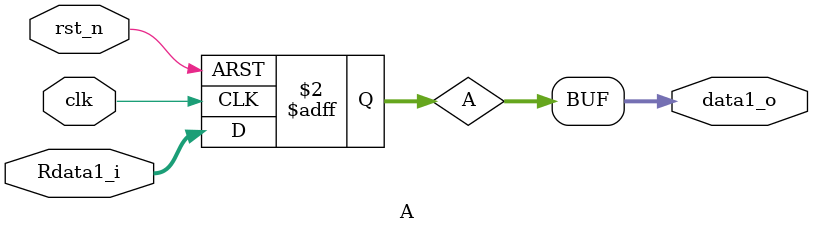
<source format=v>
module A(
  input clk,
  input rst_n,
  input [31:0] Rdata1_i,//Regfile Read-data1
  
  output [31:0] data1_o
  );
  reg [31:0] A;
  always@(posedge clk or posedge rst_n)
  begin
    if (rst_n)
      A <= 32'h0;
    else
      A <= Rdata1_i;
  end
  assign data1_o = A;
endmodule
</source>
